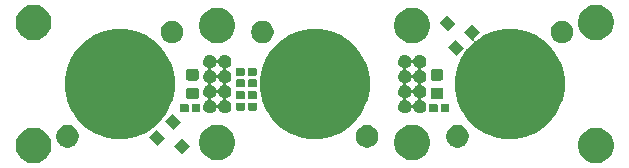
<source format=gbr>
G04 #@! TF.GenerationSoftware,KiCad,Pcbnew,(5.1.4)-1*
G04 #@! TF.CreationDate,2020-06-09T23:13:25-07:00*
G04 #@! TF.ProjectId,SkateLightLEDBoard,536b6174-654c-4696-9768-744c4544426f,rev?*
G04 #@! TF.SameCoordinates,Original*
G04 #@! TF.FileFunction,Soldermask,Top*
G04 #@! TF.FilePolarity,Negative*
%FSLAX46Y46*%
G04 Gerber Fmt 4.6, Leading zero omitted, Abs format (unit mm)*
G04 Created by KiCad (PCBNEW (5.1.4)-1) date 2020-06-09 23:13:25*
%MOMM*%
%LPD*%
G04 APERTURE LIST*
%ADD10C,0.100000*%
G04 APERTURE END LIST*
D10*
G36*
X24107379Y-3724543D02*
G01*
X24253388Y-3753586D01*
X24528464Y-3867526D01*
X24776025Y-4032941D01*
X24986559Y-4243475D01*
X25151974Y-4491036D01*
X25265914Y-4766112D01*
X25265914Y-4766113D01*
X25318251Y-5029225D01*
X25324000Y-5058130D01*
X25324000Y-5355870D01*
X25265914Y-5647888D01*
X25151974Y-5922964D01*
X24986559Y-6170525D01*
X24776025Y-6381059D01*
X24528464Y-6546474D01*
X24253388Y-6660414D01*
X24107379Y-6689457D01*
X23961371Y-6718500D01*
X23663629Y-6718500D01*
X23517621Y-6689457D01*
X23371612Y-6660414D01*
X23096536Y-6546474D01*
X22848975Y-6381059D01*
X22638441Y-6170525D01*
X22473026Y-5922964D01*
X22359086Y-5647888D01*
X22301000Y-5355870D01*
X22301000Y-5058130D01*
X22306750Y-5029225D01*
X22359086Y-4766113D01*
X22359086Y-4766112D01*
X22473026Y-4491036D01*
X22638441Y-4243475D01*
X22848975Y-4032941D01*
X23096536Y-3867526D01*
X23371612Y-3753586D01*
X23517621Y-3724543D01*
X23663629Y-3695500D01*
X23961371Y-3695500D01*
X24107379Y-3724543D01*
X24107379Y-3724543D01*
G37*
G36*
X-23517621Y-3724543D02*
G01*
X-23371612Y-3753586D01*
X-23096536Y-3867526D01*
X-22848975Y-4032941D01*
X-22638441Y-4243475D01*
X-22473026Y-4491036D01*
X-22359086Y-4766112D01*
X-22359086Y-4766113D01*
X-22306749Y-5029225D01*
X-22301000Y-5058130D01*
X-22301000Y-5355870D01*
X-22359086Y-5647888D01*
X-22473026Y-5922964D01*
X-22638441Y-6170525D01*
X-22848975Y-6381059D01*
X-23096536Y-6546474D01*
X-23371612Y-6660414D01*
X-23517621Y-6689457D01*
X-23663629Y-6718500D01*
X-23961371Y-6718500D01*
X-24107379Y-6689457D01*
X-24253388Y-6660414D01*
X-24528464Y-6546474D01*
X-24776025Y-6381059D01*
X-24986559Y-6170525D01*
X-25151974Y-5922964D01*
X-25265914Y-5647888D01*
X-25324000Y-5355870D01*
X-25324000Y-5058130D01*
X-25318250Y-5029225D01*
X-25265914Y-4766113D01*
X-25265914Y-4766112D01*
X-25151974Y-4491036D01*
X-24986559Y-4243475D01*
X-24776025Y-4032941D01*
X-24528464Y-3867526D01*
X-24253388Y-3753586D01*
X-24107379Y-3724543D01*
X-23961371Y-3695500D01*
X-23663629Y-3695500D01*
X-23517621Y-3724543D01*
X-23517621Y-3724543D01*
G37*
G36*
X8549879Y-3470543D02*
G01*
X8695888Y-3499586D01*
X8970964Y-3613526D01*
X9218525Y-3778941D01*
X9429059Y-3989475D01*
X9594474Y-4237036D01*
X9708414Y-4512112D01*
X9766500Y-4804130D01*
X9766500Y-5101870D01*
X9708414Y-5393888D01*
X9594474Y-5668964D01*
X9429059Y-5916525D01*
X9218525Y-6127059D01*
X8970964Y-6292474D01*
X8695888Y-6406414D01*
X8549879Y-6435457D01*
X8403871Y-6464500D01*
X8106129Y-6464500D01*
X7960121Y-6435457D01*
X7814112Y-6406414D01*
X7539036Y-6292474D01*
X7291475Y-6127059D01*
X7080941Y-5916525D01*
X6915526Y-5668964D01*
X6801586Y-5393888D01*
X6743500Y-5101870D01*
X6743500Y-4804130D01*
X6801586Y-4512112D01*
X6915526Y-4237036D01*
X7080941Y-3989475D01*
X7291475Y-3778941D01*
X7539036Y-3613526D01*
X7814112Y-3499586D01*
X7960121Y-3470543D01*
X8106129Y-3441500D01*
X8403871Y-3441500D01*
X8549879Y-3470543D01*
X8549879Y-3470543D01*
G37*
G36*
X-7960121Y-3470543D02*
G01*
X-7814112Y-3499586D01*
X-7539036Y-3613526D01*
X-7291475Y-3778941D01*
X-7080941Y-3989475D01*
X-6915526Y-4237036D01*
X-6801586Y-4512112D01*
X-6743500Y-4804130D01*
X-6743500Y-5101870D01*
X-6801586Y-5393888D01*
X-6915526Y-5668964D01*
X-7080941Y-5916525D01*
X-7291475Y-6127059D01*
X-7539036Y-6292474D01*
X-7814112Y-6406414D01*
X-7960121Y-6435457D01*
X-8106129Y-6464500D01*
X-8403871Y-6464500D01*
X-8549879Y-6435457D01*
X-8695888Y-6406414D01*
X-8970964Y-6292474D01*
X-9218525Y-6127059D01*
X-9429059Y-5916525D01*
X-9594474Y-5668964D01*
X-9708414Y-5393888D01*
X-9766500Y-5101870D01*
X-9766500Y-4804130D01*
X-9708414Y-4512112D01*
X-9594474Y-4237036D01*
X-9429059Y-3989475D01*
X-9218525Y-3778941D01*
X-8970964Y-3613526D01*
X-8695888Y-3499586D01*
X-8549879Y-3470543D01*
X-8403871Y-3441500D01*
X-8106129Y-3441500D01*
X-7960121Y-3470543D01*
X-7960121Y-3470543D01*
G37*
G36*
X-10557727Y-5314462D02*
G01*
X-11195538Y-5952273D01*
X-11904059Y-5243752D01*
X-11266248Y-4605941D01*
X-10557727Y-5314462D01*
X-10557727Y-5314462D01*
G37*
G36*
X-20655605Y-3508546D02*
G01*
X-20482534Y-3580234D01*
X-20482533Y-3580235D01*
X-20326773Y-3684310D01*
X-20194310Y-3816773D01*
X-20194309Y-3816775D01*
X-20090234Y-3972534D01*
X-20018546Y-4145605D01*
X-19982000Y-4329333D01*
X-19982000Y-4516667D01*
X-20018546Y-4700395D01*
X-20090234Y-4873466D01*
X-20090235Y-4873467D01*
X-20194310Y-5029227D01*
X-20326773Y-5161690D01*
X-20398790Y-5209810D01*
X-20482534Y-5265766D01*
X-20655605Y-5337454D01*
X-20839333Y-5374000D01*
X-21026667Y-5374000D01*
X-21210395Y-5337454D01*
X-21383466Y-5265766D01*
X-21467210Y-5209810D01*
X-21539227Y-5161690D01*
X-21671690Y-5029227D01*
X-21775765Y-4873467D01*
X-21775766Y-4873466D01*
X-21847454Y-4700395D01*
X-21884000Y-4516667D01*
X-21884000Y-4329333D01*
X-21847454Y-4145605D01*
X-21775766Y-3972534D01*
X-21671691Y-3816775D01*
X-21671690Y-3816773D01*
X-21539227Y-3684310D01*
X-21383467Y-3580235D01*
X-21383466Y-3580234D01*
X-21210395Y-3508546D01*
X-21026667Y-3472000D01*
X-20839333Y-3472000D01*
X-20655605Y-3508546D01*
X-20655605Y-3508546D01*
G37*
G36*
X12364395Y-3508546D02*
G01*
X12537466Y-3580234D01*
X12537467Y-3580235D01*
X12693227Y-3684310D01*
X12825690Y-3816773D01*
X12825691Y-3816775D01*
X12929766Y-3972534D01*
X13001454Y-4145605D01*
X13038000Y-4329333D01*
X13038000Y-4516667D01*
X13001454Y-4700395D01*
X12929766Y-4873466D01*
X12929765Y-4873467D01*
X12825690Y-5029227D01*
X12693227Y-5161690D01*
X12621210Y-5209810D01*
X12537466Y-5265766D01*
X12364395Y-5337454D01*
X12180667Y-5374000D01*
X11993333Y-5374000D01*
X11809605Y-5337454D01*
X11636534Y-5265766D01*
X11552790Y-5209810D01*
X11480773Y-5161690D01*
X11348310Y-5029227D01*
X11244235Y-4873467D01*
X11244234Y-4873466D01*
X11172546Y-4700395D01*
X11136000Y-4516667D01*
X11136000Y-4329333D01*
X11172546Y-4145605D01*
X11244234Y-3972534D01*
X11348309Y-3816775D01*
X11348310Y-3816773D01*
X11480773Y-3684310D01*
X11636533Y-3580235D01*
X11636534Y-3580234D01*
X11809605Y-3508546D01*
X11993333Y-3472000D01*
X12180667Y-3472000D01*
X12364395Y-3508546D01*
X12364395Y-3508546D01*
G37*
G36*
X4700395Y-3508546D02*
G01*
X4873466Y-3580234D01*
X4873467Y-3580235D01*
X5029227Y-3684310D01*
X5161690Y-3816773D01*
X5161691Y-3816775D01*
X5265766Y-3972534D01*
X5337454Y-4145605D01*
X5374000Y-4329333D01*
X5374000Y-4516667D01*
X5337454Y-4700395D01*
X5265766Y-4873466D01*
X5265765Y-4873467D01*
X5161690Y-5029227D01*
X5029227Y-5161690D01*
X4957210Y-5209810D01*
X4873466Y-5265766D01*
X4700395Y-5337454D01*
X4516667Y-5374000D01*
X4329333Y-5374000D01*
X4145605Y-5337454D01*
X3972534Y-5265766D01*
X3888790Y-5209810D01*
X3816773Y-5161690D01*
X3684310Y-5029227D01*
X3580235Y-4873467D01*
X3580234Y-4873466D01*
X3508546Y-4700395D01*
X3472000Y-4516667D01*
X3472000Y-4329333D01*
X3508546Y-4145605D01*
X3580234Y-3972534D01*
X3684309Y-3816775D01*
X3684310Y-3816773D01*
X3816773Y-3684310D01*
X3972533Y-3580235D01*
X3972534Y-3580234D01*
X4145605Y-3508546D01*
X4329333Y-3472000D01*
X4516667Y-3472000D01*
X4700395Y-3508546D01*
X4700395Y-3508546D01*
G37*
G36*
X-12643692Y-4572000D02*
G01*
X-13281503Y-5209811D01*
X-13990024Y-4501290D01*
X-13352213Y-3863479D01*
X-12643692Y-4572000D01*
X-12643692Y-4572000D01*
G37*
G36*
X1356646Y4472265D02*
G01*
X1593178Y4374290D01*
X2203075Y4121663D01*
X2780240Y3736013D01*
X2964839Y3612668D01*
X3612668Y2964839D01*
X3665475Y2885808D01*
X4121663Y2203075D01*
X4302650Y1766133D01*
X4472265Y1356646D01*
X4651000Y458085D01*
X4651000Y-458085D01*
X4472265Y-1356646D01*
X4386401Y-1563940D01*
X4121663Y-2203075D01*
X3909916Y-2519976D01*
X3612668Y-2964839D01*
X2964839Y-3612668D01*
X2857619Y-3684310D01*
X2203075Y-4121663D01*
X1707249Y-4327041D01*
X1356646Y-4472265D01*
X458085Y-4651000D01*
X-458085Y-4651000D01*
X-1356646Y-4472265D01*
X-1707249Y-4327041D01*
X-2203075Y-4121663D01*
X-2857619Y-3684310D01*
X-2964839Y-3612668D01*
X-3612668Y-2964839D01*
X-3909916Y-2519976D01*
X-4121663Y-2203075D01*
X-4386401Y-1563940D01*
X-4472265Y-1356646D01*
X-4651000Y-458085D01*
X-4651000Y458085D01*
X-4472265Y1356646D01*
X-4302650Y1766133D01*
X-4121663Y2203075D01*
X-3665475Y2885808D01*
X-3612668Y2964839D01*
X-2964839Y3612668D01*
X-2780240Y3736013D01*
X-2203075Y4121663D01*
X-1593178Y4374290D01*
X-1356646Y4472265D01*
X-458085Y4651000D01*
X458085Y4651000D01*
X1356646Y4472265D01*
X1356646Y4472265D01*
G37*
G36*
X13990024Y4374290D02*
G01*
X13487964Y3872230D01*
X13472424Y3853294D01*
X13460873Y3831683D01*
X13453760Y3808234D01*
X13451358Y3783848D01*
X13453760Y3759462D01*
X13460873Y3736013D01*
X13472424Y3714402D01*
X13487969Y3695460D01*
X13506911Y3679915D01*
X13528522Y3668364D01*
X13551971Y3661251D01*
X13576357Y3658849D01*
X13600743Y3661251D01*
X13624192Y3668364D01*
X13645803Y3679915D01*
X13872940Y3831683D01*
X14306925Y4121663D01*
X14916822Y4374290D01*
X15153354Y4472265D01*
X16051915Y4651000D01*
X16968085Y4651000D01*
X17866646Y4472265D01*
X18103178Y4374290D01*
X18713075Y4121663D01*
X19290240Y3736013D01*
X19474839Y3612668D01*
X20122668Y2964839D01*
X20175475Y2885808D01*
X20631663Y2203075D01*
X20812650Y1766133D01*
X20982265Y1356646D01*
X21161000Y458085D01*
X21161000Y-458085D01*
X20982265Y-1356646D01*
X20896401Y-1563940D01*
X20631663Y-2203075D01*
X20419916Y-2519976D01*
X20122668Y-2964839D01*
X19474839Y-3612668D01*
X19367619Y-3684310D01*
X18713075Y-4121663D01*
X18217249Y-4327041D01*
X17866646Y-4472265D01*
X16968085Y-4651000D01*
X16051915Y-4651000D01*
X15153354Y-4472265D01*
X14802751Y-4327041D01*
X14306925Y-4121663D01*
X13652381Y-3684310D01*
X13545161Y-3612668D01*
X12897332Y-2964839D01*
X12600084Y-2519976D01*
X12388337Y-2203075D01*
X12123599Y-1563940D01*
X12037735Y-1356646D01*
X11859000Y-458085D01*
X11859000Y458085D01*
X12037735Y1356646D01*
X12207350Y1766133D01*
X12388337Y2203075D01*
X12830085Y2864197D01*
X12841636Y2885808D01*
X12848749Y2909257D01*
X12851108Y2933205D01*
X12852735Y2933699D01*
X12874346Y2945250D01*
X12893288Y2960795D01*
X13422205Y3489712D01*
X13437750Y3508654D01*
X13449301Y3530265D01*
X13456414Y3553714D01*
X13458816Y3578100D01*
X13456414Y3602486D01*
X13449301Y3625935D01*
X13437750Y3647546D01*
X13422205Y3666488D01*
X13352214Y3736480D01*
X13352213Y3736479D01*
X12643692Y4445000D01*
X13281503Y5082811D01*
X13990024Y4374290D01*
X13990024Y4374290D01*
G37*
G36*
X-15153354Y4472265D02*
G01*
X-14916822Y4374290D01*
X-14306925Y4121663D01*
X-13729760Y3736013D01*
X-13545161Y3612668D01*
X-12897332Y2964839D01*
X-12844525Y2885808D01*
X-12388337Y2203075D01*
X-12207350Y1766133D01*
X-12037735Y1356646D01*
X-11859000Y458085D01*
X-11859000Y-458085D01*
X-12037735Y-1356646D01*
X-12123599Y-1563940D01*
X-12388337Y-2203075D01*
X-12600084Y-2519976D01*
X-12897332Y-2964839D01*
X-13545161Y-3612668D01*
X-13652381Y-3684310D01*
X-14306925Y-4121663D01*
X-14802751Y-4327041D01*
X-15153354Y-4472265D01*
X-16051915Y-4651000D01*
X-16968085Y-4651000D01*
X-17866646Y-4472265D01*
X-18217249Y-4327041D01*
X-18713075Y-4121663D01*
X-19367619Y-3684310D01*
X-19474839Y-3612668D01*
X-20122668Y-2964839D01*
X-20419916Y-2519976D01*
X-20631663Y-2203075D01*
X-20896401Y-1563940D01*
X-20982265Y-1356646D01*
X-21161000Y-458085D01*
X-21161000Y458085D01*
X-20982265Y1356646D01*
X-20812650Y1766133D01*
X-20631663Y2203075D01*
X-20175475Y2885808D01*
X-20122668Y2964839D01*
X-19474839Y3612668D01*
X-19290240Y3736013D01*
X-18713075Y4121663D01*
X-18103178Y4374290D01*
X-17866646Y4472265D01*
X-16968085Y4651000D01*
X-16051915Y4651000D01*
X-15153354Y4472265D01*
X-15153354Y4472265D01*
G37*
G36*
X-11300189Y-3228497D02*
G01*
X-11938000Y-3866308D01*
X-12646521Y-3157787D01*
X-12008710Y-2519976D01*
X-11300189Y-3228497D01*
X-11300189Y-3228497D01*
G37*
G36*
X-8726949Y2442520D02*
G01*
X-8676080Y2421449D01*
X-8625214Y2400380D01*
X-8533658Y2339204D01*
X-8455796Y2261342D01*
X-8394620Y2169786D01*
X-8370484Y2111515D01*
X-8358932Y2089905D01*
X-8343387Y2070963D01*
X-8324445Y2055418D01*
X-8302834Y2043867D01*
X-8279385Y2036754D01*
X-8254999Y2034352D01*
X-8230613Y2036754D01*
X-8207164Y2043867D01*
X-8185554Y2055419D01*
X-8166612Y2070964D01*
X-8151067Y2089906D01*
X-8139516Y2111515D01*
X-8115380Y2169786D01*
X-8054204Y2261342D01*
X-7976342Y2339204D01*
X-7884786Y2400380D01*
X-7833920Y2421449D01*
X-7783051Y2442520D01*
X-7675059Y2464000D01*
X-7564941Y2464000D01*
X-7456949Y2442520D01*
X-7406080Y2421449D01*
X-7355214Y2400380D01*
X-7263658Y2339204D01*
X-7185796Y2261342D01*
X-7124620Y2169786D01*
X-7103551Y2118920D01*
X-7082480Y2068051D01*
X-7061000Y1960059D01*
X-7061000Y1849941D01*
X-7082480Y1741949D01*
X-7091533Y1720094D01*
X-7124620Y1640214D01*
X-7185796Y1548658D01*
X-7263658Y1470796D01*
X-7355214Y1409620D01*
X-7413485Y1385484D01*
X-7435095Y1373932D01*
X-7454037Y1358387D01*
X-7469582Y1339445D01*
X-7481133Y1317834D01*
X-7488246Y1294385D01*
X-7490648Y1269999D01*
X-7488246Y1245613D01*
X-7481133Y1222164D01*
X-7469581Y1200554D01*
X-7454036Y1181612D01*
X-7435094Y1166067D01*
X-7413487Y1154517D01*
X-7355214Y1130380D01*
X-7263658Y1069204D01*
X-7185796Y991342D01*
X-7124620Y899786D01*
X-7106301Y855560D01*
X-7082480Y798051D01*
X-7061000Y690059D01*
X-7061000Y579941D01*
X-7082480Y471949D01*
X-7100484Y428485D01*
X-7124620Y370214D01*
X-7185796Y278658D01*
X-7263658Y200796D01*
X-7355214Y139620D01*
X-7413485Y115484D01*
X-7435095Y103932D01*
X-7454037Y88387D01*
X-7469582Y69445D01*
X-7481133Y47834D01*
X-7488246Y24385D01*
X-7490648Y-1D01*
X-7488246Y-24387D01*
X-7481133Y-47836D01*
X-7469581Y-69446D01*
X-7454036Y-88388D01*
X-7435094Y-103933D01*
X-7413487Y-115483D01*
X-7355214Y-139620D01*
X-7263658Y-200796D01*
X-7185796Y-278658D01*
X-7124620Y-370214D01*
X-7107548Y-411431D01*
X-7082480Y-471949D01*
X-7061000Y-579941D01*
X-7061000Y-690059D01*
X-7082480Y-798051D01*
X-7091533Y-819906D01*
X-7124620Y-899786D01*
X-7185796Y-991342D01*
X-7263658Y-1069204D01*
X-7355214Y-1130380D01*
X-7413485Y-1154516D01*
X-7435095Y-1166068D01*
X-7454037Y-1181613D01*
X-7469582Y-1200555D01*
X-7481133Y-1222166D01*
X-7488246Y-1245615D01*
X-7490648Y-1270001D01*
X-7488246Y-1294387D01*
X-7481133Y-1317836D01*
X-7469581Y-1339446D01*
X-7454036Y-1358388D01*
X-7435094Y-1373933D01*
X-7413487Y-1385483D01*
X-7355214Y-1409620D01*
X-7263658Y-1470796D01*
X-7185796Y-1548658D01*
X-7124620Y-1640214D01*
X-7111978Y-1670736D01*
X-7082480Y-1741949D01*
X-7061000Y-1849941D01*
X-7061000Y-1960059D01*
X-7082480Y-2068051D01*
X-7091533Y-2089906D01*
X-7124620Y-2169786D01*
X-7185796Y-2261342D01*
X-7263658Y-2339204D01*
X-7355214Y-2400380D01*
X-7406080Y-2421449D01*
X-7456949Y-2442520D01*
X-7564941Y-2464000D01*
X-7675059Y-2464000D01*
X-7783051Y-2442520D01*
X-7833920Y-2421449D01*
X-7884786Y-2400380D01*
X-7976342Y-2339204D01*
X-8054204Y-2261342D01*
X-8115380Y-2169786D01*
X-8139517Y-2111513D01*
X-8151068Y-2089905D01*
X-8166613Y-2070963D01*
X-8185555Y-2055418D01*
X-8207166Y-2043867D01*
X-8230615Y-2036754D01*
X-8255001Y-2034352D01*
X-8279387Y-2036754D01*
X-8302836Y-2043867D01*
X-8324446Y-2055419D01*
X-8343388Y-2070964D01*
X-8358933Y-2089906D01*
X-8370483Y-2111513D01*
X-8394620Y-2169786D01*
X-8455796Y-2261342D01*
X-8533658Y-2339204D01*
X-8625214Y-2400380D01*
X-8676080Y-2421449D01*
X-8726949Y-2442520D01*
X-8834941Y-2464000D01*
X-8945059Y-2464000D01*
X-9053051Y-2442520D01*
X-9103920Y-2421449D01*
X-9154786Y-2400380D01*
X-9246342Y-2339204D01*
X-9324204Y-2261342D01*
X-9385380Y-2169786D01*
X-9418467Y-2089906D01*
X-9427520Y-2068051D01*
X-9449000Y-1960059D01*
X-9449000Y-1849941D01*
X-9427520Y-1741949D01*
X-9398022Y-1670736D01*
X-9385380Y-1640214D01*
X-9324204Y-1548658D01*
X-9246342Y-1470796D01*
X-9154786Y-1409620D01*
X-9096513Y-1385483D01*
X-9074905Y-1373932D01*
X-9055963Y-1358387D01*
X-9040418Y-1339445D01*
X-9028867Y-1317834D01*
X-9021754Y-1294385D01*
X-9019353Y-1270001D01*
X-8760648Y-1270001D01*
X-8758246Y-1294387D01*
X-8751133Y-1317836D01*
X-8739581Y-1339446D01*
X-8724036Y-1358388D01*
X-8705094Y-1373933D01*
X-8683487Y-1385483D01*
X-8625214Y-1409620D01*
X-8533658Y-1470796D01*
X-8455796Y-1548658D01*
X-8394620Y-1640214D01*
X-8373934Y-1690156D01*
X-8370484Y-1698485D01*
X-8358932Y-1720095D01*
X-8343387Y-1739037D01*
X-8324445Y-1754582D01*
X-8302834Y-1766133D01*
X-8279385Y-1773246D01*
X-8254999Y-1775648D01*
X-8230613Y-1773246D01*
X-8207164Y-1766133D01*
X-8185554Y-1754581D01*
X-8166612Y-1739036D01*
X-8151067Y-1720094D01*
X-8139516Y-1698485D01*
X-8136066Y-1690156D01*
X-8115380Y-1640214D01*
X-8054204Y-1548658D01*
X-7976342Y-1470796D01*
X-7884786Y-1409620D01*
X-7826513Y-1385483D01*
X-7804905Y-1373932D01*
X-7785963Y-1358387D01*
X-7770418Y-1339445D01*
X-7758867Y-1317834D01*
X-7751754Y-1294385D01*
X-7749352Y-1269999D01*
X-7751754Y-1245613D01*
X-7758867Y-1222164D01*
X-7770419Y-1200554D01*
X-7785964Y-1181612D01*
X-7804906Y-1166067D01*
X-7826515Y-1154516D01*
X-7884786Y-1130380D01*
X-7976342Y-1069204D01*
X-8054204Y-991342D01*
X-8115380Y-899786D01*
X-8139517Y-841513D01*
X-8151068Y-819905D01*
X-8166613Y-800963D01*
X-8185555Y-785418D01*
X-8207166Y-773867D01*
X-8230615Y-766754D01*
X-8255001Y-764352D01*
X-8279387Y-766754D01*
X-8302836Y-773867D01*
X-8324446Y-785419D01*
X-8343388Y-800964D01*
X-8358933Y-819906D01*
X-8370483Y-841513D01*
X-8394620Y-899786D01*
X-8455796Y-991342D01*
X-8533658Y-1069204D01*
X-8625214Y-1130380D01*
X-8683485Y-1154516D01*
X-8705095Y-1166068D01*
X-8724037Y-1181613D01*
X-8739582Y-1200555D01*
X-8751133Y-1222166D01*
X-8758246Y-1245615D01*
X-8760648Y-1270001D01*
X-9019353Y-1270001D01*
X-9019352Y-1269999D01*
X-9021754Y-1245613D01*
X-9028867Y-1222164D01*
X-9040419Y-1200554D01*
X-9055964Y-1181612D01*
X-9074906Y-1166067D01*
X-9096515Y-1154516D01*
X-9154786Y-1130380D01*
X-9246342Y-1069204D01*
X-9324204Y-991342D01*
X-9385380Y-899786D01*
X-9418467Y-819906D01*
X-9427520Y-798051D01*
X-9449000Y-690059D01*
X-9449000Y-579941D01*
X-9427520Y-471949D01*
X-9402452Y-411431D01*
X-9385380Y-370214D01*
X-9324204Y-278658D01*
X-9246342Y-200796D01*
X-9154786Y-139620D01*
X-9096513Y-115483D01*
X-9074905Y-103932D01*
X-9055963Y-88387D01*
X-9040418Y-69445D01*
X-9028867Y-47834D01*
X-9021754Y-24385D01*
X-9019353Y-1D01*
X-8760648Y-1D01*
X-8758246Y-24387D01*
X-8751133Y-47836D01*
X-8739581Y-69446D01*
X-8724036Y-88388D01*
X-8705094Y-103933D01*
X-8683487Y-115483D01*
X-8625214Y-139620D01*
X-8533658Y-200796D01*
X-8455796Y-278658D01*
X-8394620Y-370214D01*
X-8377548Y-411431D01*
X-8370484Y-428485D01*
X-8358932Y-450095D01*
X-8343387Y-469037D01*
X-8324445Y-484582D01*
X-8302834Y-496133D01*
X-8279385Y-503246D01*
X-8254999Y-505648D01*
X-8230613Y-503246D01*
X-8207164Y-496133D01*
X-8185554Y-484581D01*
X-8166612Y-469036D01*
X-8151067Y-450094D01*
X-8139516Y-428485D01*
X-8132452Y-411431D01*
X-8115380Y-370214D01*
X-8054204Y-278658D01*
X-7976342Y-200796D01*
X-7884786Y-139620D01*
X-7826513Y-115483D01*
X-7804905Y-103932D01*
X-7785963Y-88387D01*
X-7770418Y-69445D01*
X-7758867Y-47834D01*
X-7751754Y-24385D01*
X-7749352Y1D01*
X-7751754Y24387D01*
X-7758867Y47836D01*
X-7770419Y69446D01*
X-7785964Y88388D01*
X-7804906Y103933D01*
X-7826515Y115484D01*
X-7884786Y139620D01*
X-7976342Y200796D01*
X-8054204Y278658D01*
X-8115380Y370214D01*
X-8139517Y428487D01*
X-8151068Y450095D01*
X-8166613Y469037D01*
X-8185555Y484582D01*
X-8207166Y496133D01*
X-8230615Y503246D01*
X-8255001Y505648D01*
X-8279387Y503246D01*
X-8302836Y496133D01*
X-8324446Y484581D01*
X-8343388Y469036D01*
X-8358933Y450094D01*
X-8370483Y428487D01*
X-8394620Y370214D01*
X-8455796Y278658D01*
X-8533658Y200796D01*
X-8625214Y139620D01*
X-8683485Y115484D01*
X-8705095Y103932D01*
X-8724037Y88387D01*
X-8739582Y69445D01*
X-8751133Y47834D01*
X-8758246Y24385D01*
X-8760648Y-1D01*
X-9019353Y-1D01*
X-9019352Y1D01*
X-9021754Y24387D01*
X-9028867Y47836D01*
X-9040419Y69446D01*
X-9055964Y88388D01*
X-9074906Y103933D01*
X-9096515Y115484D01*
X-9154786Y139620D01*
X-9246342Y200796D01*
X-9324204Y278658D01*
X-9385380Y370214D01*
X-9409516Y428485D01*
X-9427520Y471949D01*
X-9449000Y579941D01*
X-9449000Y690059D01*
X-9427520Y798051D01*
X-9403699Y855560D01*
X-9385380Y899786D01*
X-9324204Y991342D01*
X-9246342Y1069204D01*
X-9154786Y1130380D01*
X-9096513Y1154517D01*
X-9074905Y1166068D01*
X-9055963Y1181613D01*
X-9040418Y1200555D01*
X-9028867Y1222166D01*
X-9021754Y1245615D01*
X-9019353Y1269999D01*
X-8760648Y1269999D01*
X-8758246Y1245613D01*
X-8751133Y1222164D01*
X-8739581Y1200554D01*
X-8724036Y1181612D01*
X-8705094Y1166067D01*
X-8683487Y1154517D01*
X-8625214Y1130380D01*
X-8533658Y1069204D01*
X-8455796Y991342D01*
X-8394620Y899786D01*
X-8370484Y841515D01*
X-8358932Y819905D01*
X-8343387Y800963D01*
X-8324445Y785418D01*
X-8302834Y773867D01*
X-8279385Y766754D01*
X-8254999Y764352D01*
X-8230613Y766754D01*
X-8207164Y773867D01*
X-8185554Y785419D01*
X-8166612Y800964D01*
X-8151067Y819906D01*
X-8139516Y841515D01*
X-8115380Y899786D01*
X-8054204Y991342D01*
X-7976342Y1069204D01*
X-7884786Y1130380D01*
X-7826513Y1154517D01*
X-7804905Y1166068D01*
X-7785963Y1181613D01*
X-7770418Y1200555D01*
X-7758867Y1222166D01*
X-7751754Y1245615D01*
X-7749352Y1270001D01*
X-7751754Y1294387D01*
X-7758867Y1317836D01*
X-7770419Y1339446D01*
X-7785964Y1358388D01*
X-7804906Y1373933D01*
X-7826515Y1385484D01*
X-7884786Y1409620D01*
X-7976342Y1470796D01*
X-8054204Y1548658D01*
X-8115380Y1640214D01*
X-8139517Y1698487D01*
X-8151068Y1720095D01*
X-8166613Y1739037D01*
X-8185555Y1754582D01*
X-8207166Y1766133D01*
X-8230615Y1773246D01*
X-8255001Y1775648D01*
X-8279387Y1773246D01*
X-8302836Y1766133D01*
X-8324446Y1754581D01*
X-8343388Y1739036D01*
X-8358933Y1720094D01*
X-8370483Y1698487D01*
X-8394620Y1640214D01*
X-8455796Y1548658D01*
X-8533658Y1470796D01*
X-8625214Y1409620D01*
X-8683485Y1385484D01*
X-8705095Y1373932D01*
X-8724037Y1358387D01*
X-8739582Y1339445D01*
X-8751133Y1317834D01*
X-8758246Y1294385D01*
X-8760648Y1269999D01*
X-9019353Y1269999D01*
X-9019352Y1270001D01*
X-9021754Y1294387D01*
X-9028867Y1317836D01*
X-9040419Y1339446D01*
X-9055964Y1358388D01*
X-9074906Y1373933D01*
X-9096515Y1385484D01*
X-9154786Y1409620D01*
X-9246342Y1470796D01*
X-9324204Y1548658D01*
X-9385380Y1640214D01*
X-9418467Y1720094D01*
X-9427520Y1741949D01*
X-9449000Y1849941D01*
X-9449000Y1960059D01*
X-9427520Y2068051D01*
X-9406449Y2118920D01*
X-9385380Y2169786D01*
X-9324204Y2261342D01*
X-9246342Y2339204D01*
X-9154786Y2400380D01*
X-9103920Y2421449D01*
X-9053051Y2442520D01*
X-8945059Y2464000D01*
X-8834941Y2464000D01*
X-8726949Y2442520D01*
X-8726949Y2442520D01*
G37*
G36*
X7783051Y2442520D02*
G01*
X7833920Y2421449D01*
X7884786Y2400380D01*
X7976342Y2339204D01*
X8054204Y2261342D01*
X8115380Y2169786D01*
X8139516Y2111515D01*
X8151068Y2089905D01*
X8166613Y2070963D01*
X8185555Y2055418D01*
X8207166Y2043867D01*
X8230615Y2036754D01*
X8255001Y2034352D01*
X8279387Y2036754D01*
X8302836Y2043867D01*
X8324446Y2055419D01*
X8343388Y2070964D01*
X8358933Y2089906D01*
X8370484Y2111515D01*
X8394620Y2169786D01*
X8455796Y2261342D01*
X8533658Y2339204D01*
X8625214Y2400380D01*
X8676080Y2421449D01*
X8726949Y2442520D01*
X8834941Y2464000D01*
X8945059Y2464000D01*
X9053051Y2442520D01*
X9103920Y2421449D01*
X9154786Y2400380D01*
X9246342Y2339204D01*
X9324204Y2261342D01*
X9385380Y2169786D01*
X9406449Y2118920D01*
X9427520Y2068051D01*
X9449000Y1960059D01*
X9449000Y1849941D01*
X9427520Y1741949D01*
X9418467Y1720094D01*
X9385380Y1640214D01*
X9324204Y1548658D01*
X9246342Y1470796D01*
X9154786Y1409620D01*
X9096515Y1385484D01*
X9074905Y1373932D01*
X9055963Y1358387D01*
X9040418Y1339445D01*
X9028867Y1317834D01*
X9021754Y1294385D01*
X9019352Y1269999D01*
X9021754Y1245613D01*
X9028867Y1222164D01*
X9040419Y1200554D01*
X9055964Y1181612D01*
X9074906Y1166067D01*
X9096513Y1154517D01*
X9154786Y1130380D01*
X9246342Y1069204D01*
X9324204Y991342D01*
X9385380Y899786D01*
X9403699Y855560D01*
X9427520Y798051D01*
X9449000Y690059D01*
X9449000Y579941D01*
X9427520Y471949D01*
X9409516Y428485D01*
X9385380Y370214D01*
X9324204Y278658D01*
X9246342Y200796D01*
X9154786Y139620D01*
X9096515Y115484D01*
X9074905Y103932D01*
X9055963Y88387D01*
X9040418Y69445D01*
X9028867Y47834D01*
X9021754Y24385D01*
X9019352Y-1D01*
X9021754Y-24387D01*
X9028867Y-47836D01*
X9040419Y-69446D01*
X9055964Y-88388D01*
X9074906Y-103933D01*
X9096513Y-115483D01*
X9154786Y-139620D01*
X9246342Y-200796D01*
X9324204Y-278658D01*
X9385380Y-370214D01*
X9402452Y-411431D01*
X9427520Y-471949D01*
X9449000Y-579941D01*
X9449000Y-690059D01*
X9427520Y-798051D01*
X9418467Y-819906D01*
X9385380Y-899786D01*
X9324204Y-991342D01*
X9246342Y-1069204D01*
X9154786Y-1130380D01*
X9096515Y-1154516D01*
X9074905Y-1166068D01*
X9055963Y-1181613D01*
X9040418Y-1200555D01*
X9028867Y-1222166D01*
X9021754Y-1245615D01*
X9019352Y-1270001D01*
X9021754Y-1294387D01*
X9028867Y-1317836D01*
X9040419Y-1339446D01*
X9055964Y-1358388D01*
X9074906Y-1373933D01*
X9096513Y-1385483D01*
X9154786Y-1409620D01*
X9246342Y-1470796D01*
X9324204Y-1548658D01*
X9385380Y-1640214D01*
X9398022Y-1670736D01*
X9427520Y-1741949D01*
X9449000Y-1849941D01*
X9449000Y-1960059D01*
X9427520Y-2068051D01*
X9418467Y-2089906D01*
X9385380Y-2169786D01*
X9324204Y-2261342D01*
X9246342Y-2339204D01*
X9154786Y-2400380D01*
X9103920Y-2421449D01*
X9053051Y-2442520D01*
X8945059Y-2464000D01*
X8834941Y-2464000D01*
X8726949Y-2442520D01*
X8676080Y-2421449D01*
X8625214Y-2400380D01*
X8533658Y-2339204D01*
X8455796Y-2261342D01*
X8394620Y-2169786D01*
X8370483Y-2111513D01*
X8358932Y-2089905D01*
X8343387Y-2070963D01*
X8324445Y-2055418D01*
X8302834Y-2043867D01*
X8279385Y-2036754D01*
X8254999Y-2034352D01*
X8230613Y-2036754D01*
X8207164Y-2043867D01*
X8185554Y-2055419D01*
X8166612Y-2070964D01*
X8151067Y-2089906D01*
X8139517Y-2111513D01*
X8115380Y-2169786D01*
X8054204Y-2261342D01*
X7976342Y-2339204D01*
X7884786Y-2400380D01*
X7833920Y-2421449D01*
X7783051Y-2442520D01*
X7675059Y-2464000D01*
X7564941Y-2464000D01*
X7456949Y-2442520D01*
X7406080Y-2421449D01*
X7355214Y-2400380D01*
X7263658Y-2339204D01*
X7185796Y-2261342D01*
X7124620Y-2169786D01*
X7091533Y-2089906D01*
X7082480Y-2068051D01*
X7061000Y-1960059D01*
X7061000Y-1849941D01*
X7082480Y-1741949D01*
X7111978Y-1670736D01*
X7124620Y-1640214D01*
X7185796Y-1548658D01*
X7263658Y-1470796D01*
X7355214Y-1409620D01*
X7413487Y-1385483D01*
X7435095Y-1373932D01*
X7454037Y-1358387D01*
X7469582Y-1339445D01*
X7481133Y-1317834D01*
X7488246Y-1294385D01*
X7490647Y-1270001D01*
X7749352Y-1270001D01*
X7751754Y-1294387D01*
X7758867Y-1317836D01*
X7770419Y-1339446D01*
X7785964Y-1358388D01*
X7804906Y-1373933D01*
X7826513Y-1385483D01*
X7884786Y-1409620D01*
X7976342Y-1470796D01*
X8054204Y-1548658D01*
X8115380Y-1640214D01*
X8136066Y-1690156D01*
X8139516Y-1698485D01*
X8151068Y-1720095D01*
X8166613Y-1739037D01*
X8185555Y-1754582D01*
X8207166Y-1766133D01*
X8230615Y-1773246D01*
X8255001Y-1775648D01*
X8279387Y-1773246D01*
X8302836Y-1766133D01*
X8324446Y-1754581D01*
X8343388Y-1739036D01*
X8358933Y-1720094D01*
X8370484Y-1698485D01*
X8373934Y-1690156D01*
X8394620Y-1640214D01*
X8455796Y-1548658D01*
X8533658Y-1470796D01*
X8625214Y-1409620D01*
X8683487Y-1385483D01*
X8705095Y-1373932D01*
X8724037Y-1358387D01*
X8739582Y-1339445D01*
X8751133Y-1317834D01*
X8758246Y-1294385D01*
X8760648Y-1269999D01*
X8758246Y-1245613D01*
X8751133Y-1222164D01*
X8739581Y-1200554D01*
X8724036Y-1181612D01*
X8705094Y-1166067D01*
X8683485Y-1154516D01*
X8625214Y-1130380D01*
X8533658Y-1069204D01*
X8455796Y-991342D01*
X8394620Y-899786D01*
X8370483Y-841513D01*
X8358932Y-819905D01*
X8343387Y-800963D01*
X8324445Y-785418D01*
X8302834Y-773867D01*
X8279385Y-766754D01*
X8254999Y-764352D01*
X8230613Y-766754D01*
X8207164Y-773867D01*
X8185554Y-785419D01*
X8166612Y-800964D01*
X8151067Y-819906D01*
X8139517Y-841513D01*
X8115380Y-899786D01*
X8054204Y-991342D01*
X7976342Y-1069204D01*
X7884786Y-1130380D01*
X7826515Y-1154516D01*
X7804905Y-1166068D01*
X7785963Y-1181613D01*
X7770418Y-1200555D01*
X7758867Y-1222166D01*
X7751754Y-1245615D01*
X7749352Y-1270001D01*
X7490647Y-1270001D01*
X7490648Y-1269999D01*
X7488246Y-1245613D01*
X7481133Y-1222164D01*
X7469581Y-1200554D01*
X7454036Y-1181612D01*
X7435094Y-1166067D01*
X7413485Y-1154516D01*
X7355214Y-1130380D01*
X7263658Y-1069204D01*
X7185796Y-991342D01*
X7124620Y-899786D01*
X7091533Y-819906D01*
X7082480Y-798051D01*
X7061000Y-690059D01*
X7061000Y-579941D01*
X7082480Y-471949D01*
X7107548Y-411431D01*
X7124620Y-370214D01*
X7185796Y-278658D01*
X7263658Y-200796D01*
X7355214Y-139620D01*
X7413487Y-115483D01*
X7435095Y-103932D01*
X7454037Y-88387D01*
X7469582Y-69445D01*
X7481133Y-47834D01*
X7488246Y-24385D01*
X7490647Y-1D01*
X7749352Y-1D01*
X7751754Y-24387D01*
X7758867Y-47836D01*
X7770419Y-69446D01*
X7785964Y-88388D01*
X7804906Y-103933D01*
X7826513Y-115483D01*
X7884786Y-139620D01*
X7976342Y-200796D01*
X8054204Y-278658D01*
X8115380Y-370214D01*
X8132452Y-411431D01*
X8139516Y-428485D01*
X8151068Y-450095D01*
X8166613Y-469037D01*
X8185555Y-484582D01*
X8207166Y-496133D01*
X8230615Y-503246D01*
X8255001Y-505648D01*
X8279387Y-503246D01*
X8302836Y-496133D01*
X8324446Y-484581D01*
X8343388Y-469036D01*
X8358933Y-450094D01*
X8370484Y-428485D01*
X8377548Y-411431D01*
X8394620Y-370214D01*
X8455796Y-278658D01*
X8533658Y-200796D01*
X8625214Y-139620D01*
X8683487Y-115483D01*
X8705095Y-103932D01*
X8724037Y-88387D01*
X8739582Y-69445D01*
X8751133Y-47834D01*
X8758246Y-24385D01*
X8760648Y1D01*
X8758246Y24387D01*
X8751133Y47836D01*
X8739581Y69446D01*
X8724036Y88388D01*
X8705094Y103933D01*
X8683485Y115484D01*
X8625214Y139620D01*
X8533658Y200796D01*
X8455796Y278658D01*
X8394620Y370214D01*
X8370483Y428487D01*
X8358932Y450095D01*
X8343387Y469037D01*
X8324445Y484582D01*
X8302834Y496133D01*
X8279385Y503246D01*
X8254999Y505648D01*
X8230613Y503246D01*
X8207164Y496133D01*
X8185554Y484581D01*
X8166612Y469036D01*
X8151067Y450094D01*
X8139517Y428487D01*
X8115380Y370214D01*
X8054204Y278658D01*
X7976342Y200796D01*
X7884786Y139620D01*
X7826515Y115484D01*
X7804905Y103932D01*
X7785963Y88387D01*
X7770418Y69445D01*
X7758867Y47834D01*
X7751754Y24385D01*
X7749352Y-1D01*
X7490647Y-1D01*
X7490648Y1D01*
X7488246Y24387D01*
X7481133Y47836D01*
X7469581Y69446D01*
X7454036Y88388D01*
X7435094Y103933D01*
X7413485Y115484D01*
X7355214Y139620D01*
X7263658Y200796D01*
X7185796Y278658D01*
X7124620Y370214D01*
X7100484Y428485D01*
X7082480Y471949D01*
X7061000Y579941D01*
X7061000Y690059D01*
X7082480Y798051D01*
X7106301Y855560D01*
X7124620Y899786D01*
X7185796Y991342D01*
X7263658Y1069204D01*
X7355214Y1130380D01*
X7413487Y1154517D01*
X7435095Y1166068D01*
X7454037Y1181613D01*
X7469582Y1200555D01*
X7481133Y1222166D01*
X7488246Y1245615D01*
X7490647Y1269999D01*
X7749352Y1269999D01*
X7751754Y1245613D01*
X7758867Y1222164D01*
X7770419Y1200554D01*
X7785964Y1181612D01*
X7804906Y1166067D01*
X7826513Y1154517D01*
X7884786Y1130380D01*
X7976342Y1069204D01*
X8054204Y991342D01*
X8115380Y899786D01*
X8139516Y841515D01*
X8151068Y819905D01*
X8166613Y800963D01*
X8185555Y785418D01*
X8207166Y773867D01*
X8230615Y766754D01*
X8255001Y764352D01*
X8279387Y766754D01*
X8302836Y773867D01*
X8324446Y785419D01*
X8343388Y800964D01*
X8358933Y819906D01*
X8370484Y841515D01*
X8394620Y899786D01*
X8455796Y991342D01*
X8533658Y1069204D01*
X8625214Y1130380D01*
X8683487Y1154517D01*
X8705095Y1166068D01*
X8724037Y1181613D01*
X8739582Y1200555D01*
X8751133Y1222166D01*
X8758246Y1245615D01*
X8760648Y1270001D01*
X8758246Y1294387D01*
X8751133Y1317836D01*
X8739581Y1339446D01*
X8724036Y1358388D01*
X8705094Y1373933D01*
X8683485Y1385484D01*
X8625214Y1409620D01*
X8533658Y1470796D01*
X8455796Y1548658D01*
X8394620Y1640214D01*
X8370483Y1698487D01*
X8358932Y1720095D01*
X8343387Y1739037D01*
X8324445Y1754582D01*
X8302834Y1766133D01*
X8279385Y1773246D01*
X8254999Y1775648D01*
X8230613Y1773246D01*
X8207164Y1766133D01*
X8185554Y1754581D01*
X8166612Y1739036D01*
X8151067Y1720094D01*
X8139517Y1698487D01*
X8115380Y1640214D01*
X8054204Y1548658D01*
X7976342Y1470796D01*
X7884786Y1409620D01*
X7826515Y1385484D01*
X7804905Y1373932D01*
X7785963Y1358387D01*
X7770418Y1339445D01*
X7758867Y1317834D01*
X7751754Y1294385D01*
X7749352Y1269999D01*
X7490647Y1269999D01*
X7490648Y1270001D01*
X7488246Y1294387D01*
X7481133Y1317836D01*
X7469581Y1339446D01*
X7454036Y1358388D01*
X7435094Y1373933D01*
X7413485Y1385484D01*
X7355214Y1409620D01*
X7263658Y1470796D01*
X7185796Y1548658D01*
X7124620Y1640214D01*
X7091533Y1720094D01*
X7082480Y1741949D01*
X7061000Y1849941D01*
X7061000Y1960059D01*
X7082480Y2068051D01*
X7103551Y2118920D01*
X7124620Y2169786D01*
X7185796Y2261342D01*
X7263658Y2339204D01*
X7355214Y2400380D01*
X7406080Y2421449D01*
X7456949Y2442520D01*
X7564941Y2464000D01*
X7675059Y2464000D01*
X7783051Y2442520D01*
X7783051Y2442520D01*
G37*
G36*
X11282938Y-1663716D02*
G01*
X11303557Y-1669971D01*
X11322553Y-1680124D01*
X11339208Y-1693792D01*
X11352876Y-1710447D01*
X11363029Y-1729443D01*
X11369284Y-1750062D01*
X11372000Y-1777640D01*
X11372000Y-2286360D01*
X11369284Y-2313938D01*
X11363029Y-2334557D01*
X11352876Y-2353553D01*
X11339208Y-2370208D01*
X11322553Y-2383876D01*
X11303557Y-2394029D01*
X11282938Y-2400284D01*
X11255360Y-2403000D01*
X10796640Y-2403000D01*
X10769062Y-2400284D01*
X10748443Y-2394029D01*
X10729447Y-2383876D01*
X10712792Y-2370208D01*
X10699124Y-2353553D01*
X10688971Y-2334557D01*
X10682716Y-2313938D01*
X10680000Y-2286360D01*
X10680000Y-1777640D01*
X10682716Y-1750062D01*
X10688971Y-1729443D01*
X10699124Y-1710447D01*
X10712792Y-1693792D01*
X10729447Y-1680124D01*
X10748443Y-1669971D01*
X10769062Y-1663716D01*
X10796640Y-1661000D01*
X11255360Y-1661000D01*
X11282938Y-1663716D01*
X11282938Y-1663716D01*
G37*
G36*
X-10769062Y-1663716D02*
G01*
X-10748443Y-1669971D01*
X-10729447Y-1680124D01*
X-10712792Y-1693792D01*
X-10699124Y-1710447D01*
X-10688971Y-1729443D01*
X-10682716Y-1750062D01*
X-10680000Y-1777640D01*
X-10680000Y-2286360D01*
X-10682716Y-2313938D01*
X-10688971Y-2334557D01*
X-10699124Y-2353553D01*
X-10712792Y-2370208D01*
X-10729447Y-2383876D01*
X-10748443Y-2394029D01*
X-10769062Y-2400284D01*
X-10796640Y-2403000D01*
X-11255360Y-2403000D01*
X-11282938Y-2400284D01*
X-11303557Y-2394029D01*
X-11322553Y-2383876D01*
X-11339208Y-2370208D01*
X-11352876Y-2353553D01*
X-11363029Y-2334557D01*
X-11369284Y-2313938D01*
X-11372000Y-2286360D01*
X-11372000Y-1777640D01*
X-11369284Y-1750062D01*
X-11363029Y-1729443D01*
X-11352876Y-1710447D01*
X-11339208Y-1693792D01*
X-11322553Y-1680124D01*
X-11303557Y-1669971D01*
X-11282938Y-1663716D01*
X-11255360Y-1661000D01*
X-10796640Y-1661000D01*
X-10769062Y-1663716D01*
X-10769062Y-1663716D01*
G37*
G36*
X-9799062Y-1663716D02*
G01*
X-9778443Y-1669971D01*
X-9759447Y-1680124D01*
X-9742792Y-1693792D01*
X-9729124Y-1710447D01*
X-9718971Y-1729443D01*
X-9712716Y-1750062D01*
X-9710000Y-1777640D01*
X-9710000Y-2286360D01*
X-9712716Y-2313938D01*
X-9718971Y-2334557D01*
X-9729124Y-2353553D01*
X-9742792Y-2370208D01*
X-9759447Y-2383876D01*
X-9778443Y-2394029D01*
X-9799062Y-2400284D01*
X-9826640Y-2403000D01*
X-10285360Y-2403000D01*
X-10312938Y-2400284D01*
X-10333557Y-2394029D01*
X-10352553Y-2383876D01*
X-10369208Y-2370208D01*
X-10382876Y-2353553D01*
X-10393029Y-2334557D01*
X-10399284Y-2313938D01*
X-10402000Y-2286360D01*
X-10402000Y-1777640D01*
X-10399284Y-1750062D01*
X-10393029Y-1729443D01*
X-10382876Y-1710447D01*
X-10369208Y-1693792D01*
X-10352553Y-1680124D01*
X-10333557Y-1669971D01*
X-10312938Y-1663716D01*
X-10285360Y-1661000D01*
X-9826640Y-1661000D01*
X-9799062Y-1663716D01*
X-9799062Y-1663716D01*
G37*
G36*
X10312938Y-1663716D02*
G01*
X10333557Y-1669971D01*
X10352553Y-1680124D01*
X10369208Y-1693792D01*
X10382876Y-1710447D01*
X10393029Y-1729443D01*
X10399284Y-1750062D01*
X10402000Y-1777640D01*
X10402000Y-2286360D01*
X10399284Y-2313938D01*
X10393029Y-2334557D01*
X10382876Y-2353553D01*
X10369208Y-2370208D01*
X10352553Y-2383876D01*
X10333557Y-2394029D01*
X10312938Y-2400284D01*
X10285360Y-2403000D01*
X9826640Y-2403000D01*
X9799062Y-2400284D01*
X9778443Y-2394029D01*
X9759447Y-2383876D01*
X9742792Y-2370208D01*
X9729124Y-2353553D01*
X9718971Y-2334557D01*
X9712716Y-2313938D01*
X9710000Y-2286360D01*
X9710000Y-1777640D01*
X9712716Y-1750062D01*
X9718971Y-1729443D01*
X9729124Y-1710447D01*
X9742792Y-1693792D01*
X9759447Y-1680124D01*
X9778443Y-1669971D01*
X9799062Y-1663716D01*
X9826640Y-1661000D01*
X10285360Y-1661000D01*
X10312938Y-1663716D01*
X10312938Y-1663716D01*
G37*
G36*
X-6014722Y-1566656D02*
G01*
X-5994103Y-1572911D01*
X-5975107Y-1583064D01*
X-5958452Y-1596732D01*
X-5944784Y-1613387D01*
X-5934631Y-1632383D01*
X-5928376Y-1653002D01*
X-5925660Y-1680580D01*
X-5925660Y-2139300D01*
X-5928376Y-2166878D01*
X-5934631Y-2187497D01*
X-5944784Y-2206493D01*
X-5958452Y-2223148D01*
X-5975107Y-2236816D01*
X-5994103Y-2246969D01*
X-6014722Y-2253224D01*
X-6042300Y-2255940D01*
X-6551020Y-2255940D01*
X-6578598Y-2253224D01*
X-6599217Y-2246969D01*
X-6618213Y-2236816D01*
X-6634868Y-2223148D01*
X-6648536Y-2206493D01*
X-6658689Y-2187497D01*
X-6664944Y-2166878D01*
X-6667660Y-2139300D01*
X-6667660Y-1680580D01*
X-6664944Y-1653002D01*
X-6658689Y-1632383D01*
X-6648536Y-1613387D01*
X-6634868Y-1596732D01*
X-6618213Y-1583064D01*
X-6599217Y-1572911D01*
X-6578598Y-1566656D01*
X-6551020Y-1563940D01*
X-6042300Y-1563940D01*
X-6014722Y-1566656D01*
X-6014722Y-1566656D01*
G37*
G36*
X-4998722Y-1566656D02*
G01*
X-4978103Y-1572911D01*
X-4959107Y-1583064D01*
X-4942452Y-1596732D01*
X-4928784Y-1613387D01*
X-4918631Y-1632383D01*
X-4912376Y-1653002D01*
X-4909660Y-1680580D01*
X-4909660Y-2139300D01*
X-4912376Y-2166878D01*
X-4918631Y-2187497D01*
X-4928784Y-2206493D01*
X-4942452Y-2223148D01*
X-4959107Y-2236816D01*
X-4978103Y-2246969D01*
X-4998722Y-2253224D01*
X-5026300Y-2255940D01*
X-5535020Y-2255940D01*
X-5562598Y-2253224D01*
X-5583217Y-2246969D01*
X-5602213Y-2236816D01*
X-5618868Y-2223148D01*
X-5632536Y-2206493D01*
X-5642689Y-2187497D01*
X-5648944Y-2166878D01*
X-5651660Y-2139300D01*
X-5651660Y-1680580D01*
X-5648944Y-1653002D01*
X-5642689Y-1632383D01*
X-5632536Y-1613387D01*
X-5618868Y-1596732D01*
X-5602213Y-1583064D01*
X-5583217Y-1572911D01*
X-5562598Y-1566656D01*
X-5535020Y-1563940D01*
X-5026300Y-1563940D01*
X-4998722Y-1566656D01*
X-4998722Y-1566656D01*
G37*
G36*
X-4998722Y-596656D02*
G01*
X-4978103Y-602911D01*
X-4959107Y-613064D01*
X-4942452Y-626732D01*
X-4928784Y-643387D01*
X-4918631Y-662383D01*
X-4912376Y-683002D01*
X-4909660Y-710580D01*
X-4909660Y-1169300D01*
X-4912376Y-1196878D01*
X-4918631Y-1217497D01*
X-4928784Y-1236493D01*
X-4942452Y-1253148D01*
X-4959107Y-1266816D01*
X-4978103Y-1276969D01*
X-4998722Y-1283224D01*
X-5026300Y-1285940D01*
X-5535020Y-1285940D01*
X-5562598Y-1283224D01*
X-5583217Y-1276969D01*
X-5602213Y-1266816D01*
X-5618868Y-1253148D01*
X-5632536Y-1236493D01*
X-5642689Y-1217497D01*
X-5648944Y-1196878D01*
X-5651660Y-1169300D01*
X-5651660Y-710580D01*
X-5648944Y-683002D01*
X-5642689Y-662383D01*
X-5632536Y-643387D01*
X-5618868Y-626732D01*
X-5602213Y-613064D01*
X-5583217Y-602911D01*
X-5562598Y-596656D01*
X-5535020Y-593940D01*
X-5026300Y-593940D01*
X-4998722Y-596656D01*
X-4998722Y-596656D01*
G37*
G36*
X-6014722Y-596656D02*
G01*
X-5994103Y-602911D01*
X-5975107Y-613064D01*
X-5958452Y-626732D01*
X-5944784Y-643387D01*
X-5934631Y-662383D01*
X-5928376Y-683002D01*
X-5925660Y-710580D01*
X-5925660Y-1169300D01*
X-5928376Y-1196878D01*
X-5934631Y-1217497D01*
X-5944784Y-1236493D01*
X-5958452Y-1253148D01*
X-5975107Y-1266816D01*
X-5994103Y-1276969D01*
X-6014722Y-1283224D01*
X-6042300Y-1285940D01*
X-6551020Y-1285940D01*
X-6578598Y-1283224D01*
X-6599217Y-1276969D01*
X-6618213Y-1266816D01*
X-6634868Y-1253148D01*
X-6648536Y-1236493D01*
X-6658689Y-1217497D01*
X-6664944Y-1196878D01*
X-6667660Y-1169300D01*
X-6667660Y-710580D01*
X-6664944Y-683002D01*
X-6658689Y-662383D01*
X-6648536Y-643387D01*
X-6634868Y-626732D01*
X-6618213Y-613064D01*
X-6599217Y-602911D01*
X-6578598Y-596656D01*
X-6551020Y-593940D01*
X-6042300Y-593940D01*
X-6014722Y-596656D01*
X-6014722Y-596656D01*
G37*
G36*
X-9970909Y-303085D02*
G01*
X-9936931Y-313393D01*
X-9905610Y-330134D01*
X-9878161Y-352661D01*
X-9855634Y-380110D01*
X-9838893Y-411431D01*
X-9828585Y-445409D01*
X-9824500Y-486890D01*
X-9824500Y-1088110D01*
X-9828585Y-1129591D01*
X-9838893Y-1163569D01*
X-9855634Y-1194890D01*
X-9878161Y-1222339D01*
X-9905610Y-1244866D01*
X-9936931Y-1261607D01*
X-9970909Y-1271915D01*
X-10012390Y-1276000D01*
X-10688610Y-1276000D01*
X-10730091Y-1271915D01*
X-10764069Y-1261607D01*
X-10795390Y-1244866D01*
X-10822839Y-1222339D01*
X-10845366Y-1194890D01*
X-10862107Y-1163569D01*
X-10872415Y-1129591D01*
X-10876500Y-1088110D01*
X-10876500Y-486890D01*
X-10872415Y-445409D01*
X-10862107Y-411431D01*
X-10845366Y-380110D01*
X-10822839Y-352661D01*
X-10795390Y-330134D01*
X-10764069Y-313393D01*
X-10730091Y-303085D01*
X-10688610Y-299000D01*
X-10012390Y-299000D01*
X-9970909Y-303085D01*
X-9970909Y-303085D01*
G37*
G36*
X10730091Y-303085D02*
G01*
X10764069Y-313393D01*
X10795390Y-330134D01*
X10822839Y-352661D01*
X10845366Y-380110D01*
X10862107Y-411431D01*
X10872415Y-445409D01*
X10876500Y-486890D01*
X10876500Y-1088110D01*
X10872415Y-1129591D01*
X10862107Y-1163569D01*
X10845366Y-1194890D01*
X10822839Y-1222339D01*
X10795390Y-1244866D01*
X10764069Y-1261607D01*
X10730091Y-1271915D01*
X10688610Y-1276000D01*
X10012390Y-1276000D01*
X9970909Y-1271915D01*
X9936931Y-1261607D01*
X9905610Y-1244866D01*
X9878161Y-1222339D01*
X9855634Y-1194890D01*
X9838893Y-1163569D01*
X9828585Y-1129591D01*
X9824500Y-1088110D01*
X9824500Y-486890D01*
X9828585Y-445409D01*
X9838893Y-411431D01*
X9855634Y-380110D01*
X9878161Y-352661D01*
X9905610Y-330134D01*
X9936931Y-313393D01*
X9970909Y-303085D01*
X10012390Y-299000D01*
X10688610Y-299000D01*
X10730091Y-303085D01*
X10730091Y-303085D01*
G37*
G36*
X-4998722Y401844D02*
G01*
X-4978103Y395589D01*
X-4959107Y385436D01*
X-4942452Y371768D01*
X-4928784Y355113D01*
X-4918631Y336117D01*
X-4912376Y315498D01*
X-4909660Y287920D01*
X-4909660Y-170800D01*
X-4912376Y-198378D01*
X-4918631Y-218997D01*
X-4928784Y-237993D01*
X-4942452Y-254648D01*
X-4959107Y-268316D01*
X-4978103Y-278469D01*
X-4998722Y-284724D01*
X-5026300Y-287440D01*
X-5535020Y-287440D01*
X-5562598Y-284724D01*
X-5583217Y-278469D01*
X-5602213Y-268316D01*
X-5618868Y-254648D01*
X-5632536Y-237993D01*
X-5642689Y-218997D01*
X-5648944Y-198378D01*
X-5651660Y-170800D01*
X-5651660Y287920D01*
X-5648944Y315498D01*
X-5642689Y336117D01*
X-5632536Y355113D01*
X-5618868Y371768D01*
X-5602213Y385436D01*
X-5583217Y395589D01*
X-5562598Y401844D01*
X-5535020Y404560D01*
X-5026300Y404560D01*
X-4998722Y401844D01*
X-4998722Y401844D01*
G37*
G36*
X-6014722Y401844D02*
G01*
X-5994103Y395589D01*
X-5975107Y385436D01*
X-5958452Y371768D01*
X-5944784Y355113D01*
X-5934631Y336117D01*
X-5928376Y315498D01*
X-5925660Y287920D01*
X-5925660Y-170800D01*
X-5928376Y-198378D01*
X-5934631Y-218997D01*
X-5944784Y-237993D01*
X-5958452Y-254648D01*
X-5975107Y-268316D01*
X-5994103Y-278469D01*
X-6014722Y-284724D01*
X-6042300Y-287440D01*
X-6551020Y-287440D01*
X-6578598Y-284724D01*
X-6599217Y-278469D01*
X-6618213Y-268316D01*
X-6634868Y-254648D01*
X-6648536Y-237993D01*
X-6658689Y-218997D01*
X-6664944Y-198378D01*
X-6667660Y-170800D01*
X-6667660Y287920D01*
X-6664944Y315498D01*
X-6658689Y336117D01*
X-6648536Y355113D01*
X-6634868Y371768D01*
X-6618213Y385436D01*
X-6599217Y395589D01*
X-6578598Y401844D01*
X-6551020Y404560D01*
X-6042300Y404560D01*
X-6014722Y401844D01*
X-6014722Y401844D01*
G37*
G36*
X-9970909Y1271915D02*
G01*
X-9936931Y1261607D01*
X-9905610Y1244866D01*
X-9878161Y1222339D01*
X-9855634Y1194890D01*
X-9838893Y1163569D01*
X-9828585Y1129591D01*
X-9824500Y1088110D01*
X-9824500Y486890D01*
X-9828585Y445409D01*
X-9838893Y411431D01*
X-9855634Y380110D01*
X-9878161Y352661D01*
X-9905610Y330134D01*
X-9936931Y313393D01*
X-9970909Y303085D01*
X-10012390Y299000D01*
X-10688610Y299000D01*
X-10730091Y303085D01*
X-10764069Y313393D01*
X-10795390Y330134D01*
X-10822839Y352661D01*
X-10845366Y380110D01*
X-10862107Y411431D01*
X-10872415Y445409D01*
X-10876500Y486890D01*
X-10876500Y1088110D01*
X-10872415Y1129591D01*
X-10862107Y1163569D01*
X-10845366Y1194890D01*
X-10822839Y1222339D01*
X-10795390Y1244866D01*
X-10764069Y1261607D01*
X-10730091Y1271915D01*
X-10688610Y1276000D01*
X-10012390Y1276000D01*
X-9970909Y1271915D01*
X-9970909Y1271915D01*
G37*
G36*
X10730091Y1271915D02*
G01*
X10764069Y1261607D01*
X10795390Y1244866D01*
X10822839Y1222339D01*
X10845366Y1194890D01*
X10862107Y1163569D01*
X10872415Y1129591D01*
X10876500Y1088110D01*
X10876500Y486890D01*
X10872415Y445409D01*
X10862107Y411431D01*
X10845366Y380110D01*
X10822839Y352661D01*
X10795390Y330134D01*
X10764069Y313393D01*
X10730091Y303085D01*
X10688610Y299000D01*
X10012390Y299000D01*
X9970909Y303085D01*
X9936931Y313393D01*
X9905610Y330134D01*
X9878161Y352661D01*
X9855634Y380110D01*
X9838893Y411431D01*
X9828585Y445409D01*
X9824500Y486890D01*
X9824500Y1088110D01*
X9828585Y1129591D01*
X9838893Y1163569D01*
X9855634Y1194890D01*
X9878161Y1222339D01*
X9905610Y1244866D01*
X9936931Y1261607D01*
X9970909Y1271915D01*
X10012390Y1276000D01*
X10688610Y1276000D01*
X10730091Y1271915D01*
X10730091Y1271915D01*
G37*
G36*
X-4998722Y1371844D02*
G01*
X-4978103Y1365589D01*
X-4959107Y1355436D01*
X-4942452Y1341768D01*
X-4928784Y1325113D01*
X-4918631Y1306117D01*
X-4912376Y1285498D01*
X-4909660Y1257920D01*
X-4909660Y799200D01*
X-4912376Y771622D01*
X-4918631Y751003D01*
X-4928784Y732007D01*
X-4942452Y715352D01*
X-4959107Y701684D01*
X-4978103Y691531D01*
X-4998722Y685276D01*
X-5026300Y682560D01*
X-5535020Y682560D01*
X-5562598Y685276D01*
X-5583217Y691531D01*
X-5602213Y701684D01*
X-5618868Y715352D01*
X-5632536Y732007D01*
X-5642689Y751003D01*
X-5648944Y771622D01*
X-5651660Y799200D01*
X-5651660Y1257920D01*
X-5648944Y1285498D01*
X-5642689Y1306117D01*
X-5632536Y1325113D01*
X-5618868Y1341768D01*
X-5602213Y1355436D01*
X-5583217Y1365589D01*
X-5562598Y1371844D01*
X-5535020Y1374560D01*
X-5026300Y1374560D01*
X-4998722Y1371844D01*
X-4998722Y1371844D01*
G37*
G36*
X-6014722Y1371844D02*
G01*
X-5994103Y1365589D01*
X-5975107Y1355436D01*
X-5958452Y1341768D01*
X-5944784Y1325113D01*
X-5934631Y1306117D01*
X-5928376Y1285498D01*
X-5925660Y1257920D01*
X-5925660Y799200D01*
X-5928376Y771622D01*
X-5934631Y751003D01*
X-5944784Y732007D01*
X-5958452Y715352D01*
X-5975107Y701684D01*
X-5994103Y691531D01*
X-6014722Y685276D01*
X-6042300Y682560D01*
X-6551020Y682560D01*
X-6578598Y685276D01*
X-6599217Y691531D01*
X-6618213Y701684D01*
X-6634868Y715352D01*
X-6648536Y732007D01*
X-6658689Y751003D01*
X-6664944Y771622D01*
X-6667660Y799200D01*
X-6667660Y1257920D01*
X-6664944Y1285498D01*
X-6658689Y1306117D01*
X-6648536Y1325113D01*
X-6634868Y1341768D01*
X-6618213Y1355436D01*
X-6599217Y1365589D01*
X-6578598Y1371844D01*
X-6551020Y1374560D01*
X-6042300Y1374560D01*
X-6014722Y1371844D01*
X-6014722Y1371844D01*
G37*
G36*
X12646521Y3030787D02*
G01*
X12647382Y3029925D01*
X12637770Y3022036D01*
X12008710Y2392976D01*
X11300189Y3101497D01*
X11938000Y3739308D01*
X12646521Y3030787D01*
X12646521Y3030787D01*
G37*
G36*
X-7960121Y6435457D02*
G01*
X-7814112Y6406414D01*
X-7539036Y6292474D01*
X-7291475Y6127059D01*
X-7080941Y5916525D01*
X-6915526Y5668964D01*
X-6801586Y5393888D01*
X-6743500Y5101870D01*
X-6743500Y4804130D01*
X-6801586Y4512112D01*
X-6915526Y4237036D01*
X-7080941Y3989475D01*
X-7291475Y3778941D01*
X-7539036Y3613526D01*
X-7814112Y3499586D01*
X-7952796Y3472000D01*
X-8106129Y3441500D01*
X-8403871Y3441500D01*
X-8557204Y3472000D01*
X-8695888Y3499586D01*
X-8970964Y3613526D01*
X-9218525Y3778941D01*
X-9429059Y3989475D01*
X-9594474Y4237036D01*
X-9708414Y4512112D01*
X-9766500Y4804130D01*
X-9766500Y5101870D01*
X-9708414Y5393888D01*
X-9594474Y5668964D01*
X-9429059Y5916525D01*
X-9218525Y6127059D01*
X-8970964Y6292474D01*
X-8695888Y6406414D01*
X-8549879Y6435457D01*
X-8403871Y6464500D01*
X-8106129Y6464500D01*
X-7960121Y6435457D01*
X-7960121Y6435457D01*
G37*
G36*
X8549879Y6435457D02*
G01*
X8695888Y6406414D01*
X8970964Y6292474D01*
X9218525Y6127059D01*
X9429059Y5916525D01*
X9594474Y5668964D01*
X9708414Y5393888D01*
X9766500Y5101870D01*
X9766500Y4804130D01*
X9708414Y4512112D01*
X9594474Y4237036D01*
X9429059Y3989475D01*
X9218525Y3778941D01*
X8970964Y3613526D01*
X8695888Y3499586D01*
X8557204Y3472000D01*
X8403871Y3441500D01*
X8106129Y3441500D01*
X7952796Y3472000D01*
X7814112Y3499586D01*
X7539036Y3613526D01*
X7291475Y3778941D01*
X7080941Y3989475D01*
X6915526Y4237036D01*
X6801586Y4512112D01*
X6743500Y4804130D01*
X6743500Y5101870D01*
X6801586Y5393888D01*
X6915526Y5668964D01*
X7080941Y5916525D01*
X7291475Y6127059D01*
X7539036Y6292474D01*
X7814112Y6406414D01*
X7960121Y6435457D01*
X8106129Y6464500D01*
X8403871Y6464500D01*
X8549879Y6435457D01*
X8549879Y6435457D01*
G37*
G36*
X21210395Y5337454D02*
G01*
X21383466Y5265766D01*
X21383467Y5265765D01*
X21539227Y5161690D01*
X21671690Y5029227D01*
X21671691Y5029225D01*
X21775766Y4873466D01*
X21847454Y4700395D01*
X21884000Y4516667D01*
X21884000Y4329333D01*
X21847454Y4145605D01*
X21775766Y3972534D01*
X21775765Y3972533D01*
X21671690Y3816773D01*
X21539227Y3684310D01*
X21460818Y3631919D01*
X21383466Y3580234D01*
X21210395Y3508546D01*
X21026667Y3472000D01*
X20839333Y3472000D01*
X20655605Y3508546D01*
X20482534Y3580234D01*
X20405182Y3631919D01*
X20326773Y3684310D01*
X20194310Y3816773D01*
X20090235Y3972533D01*
X20090234Y3972534D01*
X20018546Y4145605D01*
X19982000Y4329333D01*
X19982000Y4516667D01*
X20018546Y4700395D01*
X20090234Y4873466D01*
X20194309Y5029225D01*
X20194310Y5029227D01*
X20326773Y5161690D01*
X20482533Y5265765D01*
X20482534Y5265766D01*
X20655605Y5337454D01*
X20839333Y5374000D01*
X21026667Y5374000D01*
X21210395Y5337454D01*
X21210395Y5337454D01*
G37*
G36*
X-11809605Y5337454D02*
G01*
X-11636534Y5265766D01*
X-11636533Y5265765D01*
X-11480773Y5161690D01*
X-11348310Y5029227D01*
X-11348309Y5029225D01*
X-11244234Y4873466D01*
X-11172546Y4700395D01*
X-11136000Y4516667D01*
X-11136000Y4329333D01*
X-11172546Y4145605D01*
X-11244234Y3972534D01*
X-11244235Y3972533D01*
X-11348310Y3816773D01*
X-11480773Y3684310D01*
X-11559182Y3631919D01*
X-11636534Y3580234D01*
X-11809605Y3508546D01*
X-11993333Y3472000D01*
X-12180667Y3472000D01*
X-12364395Y3508546D01*
X-12537466Y3580234D01*
X-12614818Y3631919D01*
X-12693227Y3684310D01*
X-12825690Y3816773D01*
X-12929765Y3972533D01*
X-12929766Y3972534D01*
X-13001454Y4145605D01*
X-13038000Y4329333D01*
X-13038000Y4516667D01*
X-13001454Y4700395D01*
X-12929766Y4873466D01*
X-12825691Y5029225D01*
X-12825690Y5029227D01*
X-12693227Y5161690D01*
X-12537467Y5265765D01*
X-12537466Y5265766D01*
X-12364395Y5337454D01*
X-12180667Y5374000D01*
X-11993333Y5374000D01*
X-11809605Y5337454D01*
X-11809605Y5337454D01*
G37*
G36*
X-4145605Y5337454D02*
G01*
X-3972534Y5265766D01*
X-3972533Y5265765D01*
X-3816773Y5161690D01*
X-3684310Y5029227D01*
X-3684309Y5029225D01*
X-3580234Y4873466D01*
X-3508546Y4700395D01*
X-3472000Y4516667D01*
X-3472000Y4329333D01*
X-3508546Y4145605D01*
X-3580234Y3972534D01*
X-3580235Y3972533D01*
X-3684310Y3816773D01*
X-3816773Y3684310D01*
X-3895182Y3631919D01*
X-3972534Y3580234D01*
X-4145605Y3508546D01*
X-4329333Y3472000D01*
X-4516667Y3472000D01*
X-4700395Y3508546D01*
X-4873466Y3580234D01*
X-4950818Y3631919D01*
X-5029227Y3684310D01*
X-5161690Y3816773D01*
X-5265765Y3972533D01*
X-5265766Y3972534D01*
X-5337454Y4145605D01*
X-5374000Y4329333D01*
X-5374000Y4516667D01*
X-5337454Y4700395D01*
X-5265766Y4873466D01*
X-5161691Y5029225D01*
X-5161690Y5029227D01*
X-5029227Y5161690D01*
X-4873467Y5265765D01*
X-4873466Y5265766D01*
X-4700395Y5337454D01*
X-4516667Y5374000D01*
X-4329333Y5374000D01*
X-4145605Y5337454D01*
X-4145605Y5337454D01*
G37*
G36*
X-23517621Y6689457D02*
G01*
X-23371612Y6660414D01*
X-23096536Y6546474D01*
X-22848975Y6381059D01*
X-22638441Y6170525D01*
X-22473026Y5922964D01*
X-22359086Y5647888D01*
X-22359086Y5647887D01*
X-22301000Y5355871D01*
X-22301000Y5058129D01*
X-22330043Y4912121D01*
X-22359086Y4766112D01*
X-22473026Y4491036D01*
X-22638441Y4243475D01*
X-22848975Y4032941D01*
X-23096536Y3867526D01*
X-23371612Y3753586D01*
X-23517621Y3724543D01*
X-23663629Y3695500D01*
X-23961371Y3695500D01*
X-24107379Y3724543D01*
X-24253388Y3753586D01*
X-24528464Y3867526D01*
X-24776025Y4032941D01*
X-24986559Y4243475D01*
X-25151974Y4491036D01*
X-25265914Y4766112D01*
X-25294957Y4912121D01*
X-25324000Y5058129D01*
X-25324000Y5355871D01*
X-25265914Y5647887D01*
X-25265914Y5647888D01*
X-25151974Y5922964D01*
X-24986559Y6170525D01*
X-24776025Y6381059D01*
X-24528464Y6546474D01*
X-24253388Y6660414D01*
X-24107379Y6689457D01*
X-23961371Y6718500D01*
X-23663629Y6718500D01*
X-23517621Y6689457D01*
X-23517621Y6689457D01*
G37*
G36*
X24107379Y6689457D02*
G01*
X24253388Y6660414D01*
X24528464Y6546474D01*
X24776025Y6381059D01*
X24986559Y6170525D01*
X25151974Y5922964D01*
X25265914Y5647888D01*
X25265914Y5647887D01*
X25324000Y5355871D01*
X25324000Y5058129D01*
X25294957Y4912121D01*
X25265914Y4766112D01*
X25151974Y4491036D01*
X24986559Y4243475D01*
X24776025Y4032941D01*
X24528464Y3867526D01*
X24253388Y3753586D01*
X24107379Y3724543D01*
X23961371Y3695500D01*
X23663629Y3695500D01*
X23517621Y3724543D01*
X23371612Y3753586D01*
X23096536Y3867526D01*
X22848975Y4032941D01*
X22638441Y4243475D01*
X22473026Y4491036D01*
X22359086Y4766112D01*
X22330043Y4912121D01*
X22301000Y5058129D01*
X22301000Y5355871D01*
X22359086Y5647887D01*
X22359086Y5647888D01*
X22473026Y5922964D01*
X22638441Y6170525D01*
X22848975Y6381059D01*
X23096536Y6546474D01*
X23371612Y6660414D01*
X23517621Y6689457D01*
X23663629Y6718500D01*
X23961371Y6718500D01*
X24107379Y6689457D01*
X24107379Y6689457D01*
G37*
G36*
X11904059Y5116752D02*
G01*
X11266248Y4478941D01*
X10557727Y5187462D01*
X11195538Y5825273D01*
X11904059Y5116752D01*
X11904059Y5116752D01*
G37*
M02*

</source>
